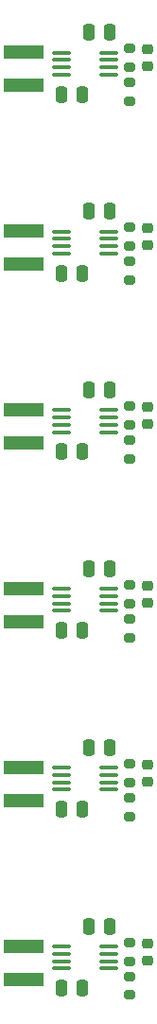
<source format=gtp>
G04 #@! TF.GenerationSoftware,KiCad,Pcbnew,6.0.4-6f826c9f35~116~ubuntu20.04.1*
G04 #@! TF.CreationDate,2022-05-04T20:07:54+01:00*
G04 #@! TF.ProjectId,boostAAA-panel,626f6f73-7441-4414-912d-70616e656c2e,rev?*
G04 #@! TF.SameCoordinates,Original*
G04 #@! TF.FileFunction,Paste,Top*
G04 #@! TF.FilePolarity,Positive*
%FSLAX46Y46*%
G04 Gerber Fmt 4.6, Leading zero omitted, Abs format (unit mm)*
G04 Created by KiCad (PCBNEW 6.0.4-6f826c9f35~116~ubuntu20.04.1) date 2022-05-04 20:07:54*
%MOMM*%
%LPD*%
G01*
G04 APERTURE LIST*
G04 Aperture macros list*
%AMRoundRect*
0 Rectangle with rounded corners*
0 $1 Rounding radius*
0 $2 $3 $4 $5 $6 $7 $8 $9 X,Y pos of 4 corners*
0 Add a 4 corners polygon primitive as box body*
4,1,4,$2,$3,$4,$5,$6,$7,$8,$9,$2,$3,0*
0 Add four circle primitives for the rounded corners*
1,1,$1+$1,$2,$3*
1,1,$1+$1,$4,$5*
1,1,$1+$1,$6,$7*
1,1,$1+$1,$8,$9*
0 Add four rect primitives between the rounded corners*
20,1,$1+$1,$2,$3,$4,$5,0*
20,1,$1+$1,$4,$5,$6,$7,0*
20,1,$1+$1,$6,$7,$8,$9,0*
20,1,$1+$1,$8,$9,$2,$3,0*%
G04 Aperture macros list end*
%ADD10RoundRect,0.250000X-0.250000X-0.475000X0.250000X-0.475000X0.250000X0.475000X-0.250000X0.475000X0*%
%ADD11RoundRect,0.225000X-0.250000X0.225000X-0.250000X-0.225000X0.250000X-0.225000X0.250000X0.225000X0*%
%ADD12RoundRect,0.250000X0.250000X0.475000X-0.250000X0.475000X-0.250000X-0.475000X0.250000X-0.475000X0*%
%ADD13RoundRect,0.200000X-0.275000X0.200000X-0.275000X-0.200000X0.275000X-0.200000X0.275000X0.200000X0*%
%ADD14RoundRect,0.100000X0.712500X0.100000X-0.712500X0.100000X-0.712500X-0.100000X0.712500X-0.100000X0*%
%ADD15R,3.600000X1.150000*%
G04 APERTURE END LIST*
D10*
G04 #@! TO.C,C1*
X47835946Y-24025000D03*
X49735946Y-24025000D03*
G04 #@! TD*
G04 #@! TO.C,C1*
X47835946Y-88025000D03*
X49735946Y-88025000D03*
G04 #@! TD*
D11*
G04 #@! TO.C,C3*
X55598446Y-36000000D03*
X55598446Y-37550000D03*
G04 #@! TD*
D10*
G04 #@! TO.C,C1*
X47835946Y-56025000D03*
X49735946Y-56025000D03*
G04 #@! TD*
D12*
G04 #@! TO.C,C2*
X52198446Y-98475000D03*
X50298446Y-98475000D03*
G04 #@! TD*
D13*
G04 #@! TO.C,R1*
X53998446Y-67950000D03*
X53998446Y-69600000D03*
G04 #@! TD*
D14*
G04 #@! TO.C,U1*
X52098446Y-102250000D03*
X52098446Y-101600000D03*
X52098446Y-100950000D03*
X52098446Y-100300000D03*
X47873446Y-100300000D03*
X47873446Y-100950000D03*
X47873446Y-101600000D03*
X47873446Y-102250000D03*
G04 #@! TD*
D15*
G04 #@! TO.C,L1*
X44498446Y-71225000D03*
X44498446Y-68275000D03*
G04 #@! TD*
D14*
G04 #@! TO.C,U1*
X52098446Y-70250000D03*
X52098446Y-69600000D03*
X52098446Y-68950000D03*
X52098446Y-68300000D03*
X47873446Y-68300000D03*
X47873446Y-68950000D03*
X47873446Y-69600000D03*
X47873446Y-70250000D03*
G04 #@! TD*
G04 #@! TO.C,U1*
X52098446Y-54250000D03*
X52098446Y-53600000D03*
X52098446Y-52950000D03*
X52098446Y-52300000D03*
X47873446Y-52300000D03*
X47873446Y-52950000D03*
X47873446Y-53600000D03*
X47873446Y-54250000D03*
G04 #@! TD*
D13*
G04 #@! TO.C,R2*
X53998446Y-70975000D03*
X53998446Y-72625000D03*
G04 #@! TD*
D12*
G04 #@! TO.C,C2*
X52198446Y-34475000D03*
X50298446Y-34475000D03*
G04 #@! TD*
D13*
G04 #@! TO.C,R1*
X53998446Y-35950000D03*
X53998446Y-37600000D03*
G04 #@! TD*
D11*
G04 #@! TO.C,C3*
X55598446Y-20000000D03*
X55598446Y-21550000D03*
G04 #@! TD*
D15*
G04 #@! TO.C,L1*
X44498446Y-55225000D03*
X44498446Y-52275000D03*
G04 #@! TD*
D13*
G04 #@! TO.C,R2*
X53998446Y-86975000D03*
X53998446Y-88625000D03*
G04 #@! TD*
G04 #@! TO.C,R1*
X53998446Y-99950000D03*
X53998446Y-101600000D03*
G04 #@! TD*
D10*
G04 #@! TO.C,C1*
X47835946Y-40025000D03*
X49735946Y-40025000D03*
G04 #@! TD*
D11*
G04 #@! TO.C,C3*
X55598446Y-68000000D03*
X55598446Y-69550000D03*
G04 #@! TD*
D15*
G04 #@! TO.C,L1*
X44498446Y-39225000D03*
X44498446Y-36275000D03*
G04 #@! TD*
D14*
G04 #@! TO.C,U1*
X52098446Y-86250000D03*
X52098446Y-85600000D03*
X52098446Y-84950000D03*
X52098446Y-84300000D03*
X47873446Y-84300000D03*
X47873446Y-84950000D03*
X47873446Y-85600000D03*
X47873446Y-86250000D03*
G04 #@! TD*
D11*
G04 #@! TO.C,C3*
X55598446Y-84000000D03*
X55598446Y-85550000D03*
G04 #@! TD*
D15*
G04 #@! TO.C,L1*
X44498446Y-23225000D03*
X44498446Y-20275000D03*
G04 #@! TD*
D11*
G04 #@! TO.C,C3*
X55598446Y-100000000D03*
X55598446Y-101550000D03*
G04 #@! TD*
D15*
G04 #@! TO.C,L1*
X44498446Y-103225000D03*
X44498446Y-100275000D03*
G04 #@! TD*
D13*
G04 #@! TO.C,R2*
X53998446Y-22975000D03*
X53998446Y-24625000D03*
G04 #@! TD*
D12*
G04 #@! TO.C,C2*
X52198446Y-18475000D03*
X50298446Y-18475000D03*
G04 #@! TD*
D13*
G04 #@! TO.C,R1*
X53998446Y-19950000D03*
X53998446Y-21600000D03*
G04 #@! TD*
D14*
G04 #@! TO.C,U1*
X52098446Y-38250000D03*
X52098446Y-37600000D03*
X52098446Y-36950000D03*
X52098446Y-36300000D03*
X47873446Y-36300000D03*
X47873446Y-36950000D03*
X47873446Y-37600000D03*
X47873446Y-38250000D03*
G04 #@! TD*
D12*
G04 #@! TO.C,C2*
X52198446Y-82475000D03*
X50298446Y-82475000D03*
G04 #@! TD*
D10*
G04 #@! TO.C,C1*
X47835946Y-72025000D03*
X49735946Y-72025000D03*
G04 #@! TD*
D12*
G04 #@! TO.C,C2*
X52198446Y-50475000D03*
X50298446Y-50475000D03*
G04 #@! TD*
G04 #@! TO.C,C2*
X52198446Y-66475000D03*
X50298446Y-66475000D03*
G04 #@! TD*
D13*
G04 #@! TO.C,R2*
X53998446Y-102975000D03*
X53998446Y-104625000D03*
G04 #@! TD*
G04 #@! TO.C,R2*
X53998446Y-54975000D03*
X53998446Y-56625000D03*
G04 #@! TD*
D11*
G04 #@! TO.C,C3*
X55598446Y-52000000D03*
X55598446Y-53550000D03*
G04 #@! TD*
D13*
G04 #@! TO.C,R2*
X53998446Y-38975000D03*
X53998446Y-40625000D03*
G04 #@! TD*
G04 #@! TO.C,R1*
X53998446Y-51950000D03*
X53998446Y-53600000D03*
G04 #@! TD*
D14*
G04 #@! TO.C,U1*
X52098446Y-22250000D03*
X52098446Y-21600000D03*
X52098446Y-20950000D03*
X52098446Y-20300000D03*
X47873446Y-20300000D03*
X47873446Y-20950000D03*
X47873446Y-21600000D03*
X47873446Y-22250000D03*
G04 #@! TD*
D13*
G04 #@! TO.C,R1*
X53998446Y-83950000D03*
X53998446Y-85600000D03*
G04 #@! TD*
D15*
G04 #@! TO.C,L1*
X44498446Y-87225000D03*
X44498446Y-84275000D03*
G04 #@! TD*
D10*
G04 #@! TO.C,C1*
X47835946Y-104025000D03*
X49735946Y-104025000D03*
G04 #@! TD*
M02*

</source>
